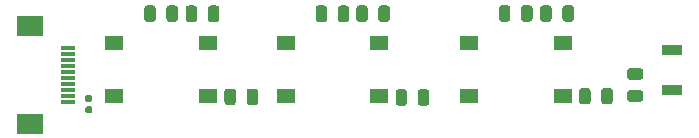
<source format=gbr>
%TF.GenerationSoftware,KiCad,Pcbnew,5.1.8+dfsg1-1~bpo10+1*%
%TF.CreationDate,2021-01-23T23:31:02+00:00*%
%TF.ProjectId,atlas_btn,61746c61-735f-4627-946e-2e6b69636164,rev?*%
%TF.SameCoordinates,Original*%
%TF.FileFunction,Paste,Bot*%
%TF.FilePolarity,Positive*%
%FSLAX46Y46*%
G04 Gerber Fmt 4.6, Leading zero omitted, Abs format (unit mm)*
G04 Created by KiCad (PCBNEW 5.1.8+dfsg1-1~bpo10+1) date 2021-01-23 23:31:02*
%MOMM*%
%LPD*%
G01*
G04 APERTURE LIST*
%ADD10R,1.550000X1.300000*%
%ADD11R,1.700000X0.900000*%
%ADD12R,2.200000X1.800000*%
%ADD13R,1.300000X0.300000*%
G04 APERTURE END LIST*
%TO.C,R40*%
G36*
G01*
X131770000Y-106623750D02*
X131770000Y-107536250D01*
G75*
G02*
X131526250Y-107780000I-243750J0D01*
G01*
X131038750Y-107780000D01*
G75*
G02*
X130795000Y-107536250I0J243750D01*
G01*
X130795000Y-106623750D01*
G75*
G02*
X131038750Y-106380000I243750J0D01*
G01*
X131526250Y-106380000D01*
G75*
G02*
X131770000Y-106623750I0J-243750D01*
G01*
G37*
G36*
G01*
X133645000Y-106623750D02*
X133645000Y-107536250D01*
G75*
G02*
X133401250Y-107780000I-243750J0D01*
G01*
X132913750Y-107780000D01*
G75*
G02*
X132670000Y-107536250I0J243750D01*
G01*
X132670000Y-106623750D01*
G75*
G02*
X132913750Y-106380000I243750J0D01*
G01*
X133401250Y-106380000D01*
G75*
G02*
X133645000Y-106623750I0J-243750D01*
G01*
G37*
%TD*%
%TO.C,R50*%
G36*
G01*
X166026250Y-105620000D02*
X165113750Y-105620000D01*
G75*
G02*
X164870000Y-105376250I0J243750D01*
G01*
X164870000Y-104888750D01*
G75*
G02*
X165113750Y-104645000I243750J0D01*
G01*
X166026250Y-104645000D01*
G75*
G02*
X166270000Y-104888750I0J-243750D01*
G01*
X166270000Y-105376250D01*
G75*
G02*
X166026250Y-105620000I-243750J0D01*
G01*
G37*
G36*
G01*
X166026250Y-107495000D02*
X165113750Y-107495000D01*
G75*
G02*
X164870000Y-107251250I0J243750D01*
G01*
X164870000Y-106763750D01*
G75*
G02*
X165113750Y-106520000I243750J0D01*
G01*
X166026250Y-106520000D01*
G75*
G02*
X166270000Y-106763750I0J-243750D01*
G01*
X166270000Y-107251250D01*
G75*
G02*
X166026250Y-107495000I-243750J0D01*
G01*
G37*
%TD*%
%TO.C,R48*%
G36*
G01*
X161795000Y-106563750D02*
X161795000Y-107476250D01*
G75*
G02*
X161551250Y-107720000I-243750J0D01*
G01*
X161063750Y-107720000D01*
G75*
G02*
X160820000Y-107476250I0J243750D01*
G01*
X160820000Y-106563750D01*
G75*
G02*
X161063750Y-106320000I243750J0D01*
G01*
X161551250Y-106320000D01*
G75*
G02*
X161795000Y-106563750I0J-243750D01*
G01*
G37*
G36*
G01*
X163670000Y-106563750D02*
X163670000Y-107476250D01*
G75*
G02*
X163426250Y-107720000I-243750J0D01*
G01*
X162938750Y-107720000D01*
G75*
G02*
X162695000Y-107476250I0J243750D01*
G01*
X162695000Y-106563750D01*
G75*
G02*
X162938750Y-106320000I243750J0D01*
G01*
X163426250Y-106320000D01*
G75*
G02*
X163670000Y-106563750I0J-243750D01*
G01*
G37*
%TD*%
%TO.C,R45*%
G36*
G01*
X146257500Y-106663750D02*
X146257500Y-107576250D01*
G75*
G02*
X146013750Y-107820000I-243750J0D01*
G01*
X145526250Y-107820000D01*
G75*
G02*
X145282500Y-107576250I0J243750D01*
G01*
X145282500Y-106663750D01*
G75*
G02*
X145526250Y-106420000I243750J0D01*
G01*
X146013750Y-106420000D01*
G75*
G02*
X146257500Y-106663750I0J-243750D01*
G01*
G37*
G36*
G01*
X148132500Y-106663750D02*
X148132500Y-107576250D01*
G75*
G02*
X147888750Y-107820000I-243750J0D01*
G01*
X147401250Y-107820000D01*
G75*
G02*
X147157500Y-107576250I0J243750D01*
G01*
X147157500Y-106663750D01*
G75*
G02*
X147401250Y-106420000I243750J0D01*
G01*
X147888750Y-106420000D01*
G75*
G02*
X148132500Y-106663750I0J-243750D01*
G01*
G37*
%TD*%
%TO.C,R19*%
G36*
G01*
X155905000Y-100476250D02*
X155905000Y-99563750D01*
G75*
G02*
X156148750Y-99320000I243750J0D01*
G01*
X156636250Y-99320000D01*
G75*
G02*
X156880000Y-99563750I0J-243750D01*
G01*
X156880000Y-100476250D01*
G75*
G02*
X156636250Y-100720000I-243750J0D01*
G01*
X156148750Y-100720000D01*
G75*
G02*
X155905000Y-100476250I0J243750D01*
G01*
G37*
G36*
G01*
X154030000Y-100476250D02*
X154030000Y-99563750D01*
G75*
G02*
X154273750Y-99320000I243750J0D01*
G01*
X154761250Y-99320000D01*
G75*
G02*
X155005000Y-99563750I0J-243750D01*
G01*
X155005000Y-100476250D01*
G75*
G02*
X154761250Y-100720000I-243750J0D01*
G01*
X154273750Y-100720000D01*
G75*
G02*
X154030000Y-100476250I0J243750D01*
G01*
G37*
%TD*%
%TO.C,R18*%
G36*
G01*
X140387500Y-100496250D02*
X140387500Y-99583750D01*
G75*
G02*
X140631250Y-99340000I243750J0D01*
G01*
X141118750Y-99340000D01*
G75*
G02*
X141362500Y-99583750I0J-243750D01*
G01*
X141362500Y-100496250D01*
G75*
G02*
X141118750Y-100740000I-243750J0D01*
G01*
X140631250Y-100740000D01*
G75*
G02*
X140387500Y-100496250I0J243750D01*
G01*
G37*
G36*
G01*
X138512500Y-100496250D02*
X138512500Y-99583750D01*
G75*
G02*
X138756250Y-99340000I243750J0D01*
G01*
X139243750Y-99340000D01*
G75*
G02*
X139487500Y-99583750I0J-243750D01*
G01*
X139487500Y-100496250D01*
G75*
G02*
X139243750Y-100740000I-243750J0D01*
G01*
X138756250Y-100740000D01*
G75*
G02*
X138512500Y-100496250I0J243750D01*
G01*
G37*
%TD*%
%TO.C,R11*%
G36*
G01*
X125885000Y-100496250D02*
X125885000Y-99583750D01*
G75*
G02*
X126128750Y-99340000I243750J0D01*
G01*
X126616250Y-99340000D01*
G75*
G02*
X126860000Y-99583750I0J-243750D01*
G01*
X126860000Y-100496250D01*
G75*
G02*
X126616250Y-100740000I-243750J0D01*
G01*
X126128750Y-100740000D01*
G75*
G02*
X125885000Y-100496250I0J243750D01*
G01*
G37*
G36*
G01*
X124010000Y-100496250D02*
X124010000Y-99583750D01*
G75*
G02*
X124253750Y-99340000I243750J0D01*
G01*
X124741250Y-99340000D01*
G75*
G02*
X124985000Y-99583750I0J-243750D01*
G01*
X124985000Y-100496250D01*
G75*
G02*
X124741250Y-100740000I-243750J0D01*
G01*
X124253750Y-100740000D01*
G75*
G02*
X124010000Y-100496250I0J243750D01*
G01*
G37*
%TD*%
D10*
%TO.C,SW2*%
X135970000Y-107020000D03*
X143920000Y-107020000D03*
X135970000Y-102520000D03*
X143920000Y-102520000D03*
%TD*%
D11*
%TO.C,SW5*%
X168695000Y-103070000D03*
X168695000Y-106470000D03*
%TD*%
D10*
%TO.C,SW4*%
X159420000Y-102520000D03*
X151470000Y-102520000D03*
X159420000Y-107020000D03*
X151470000Y-107020000D03*
%TD*%
%TO.C,SW1*%
X129420000Y-102520000D03*
X121470000Y-102520000D03*
X129420000Y-107020000D03*
X121470000Y-107020000D03*
%TD*%
D12*
%TO.C,J12*%
X114300000Y-101080000D03*
X114300000Y-109380000D03*
D13*
X117550000Y-107480000D03*
X117550000Y-106980000D03*
X117550000Y-106480000D03*
X117550000Y-105980000D03*
X117550000Y-105480000D03*
X117550000Y-104980000D03*
X117550000Y-104480000D03*
X117550000Y-103980000D03*
X117550000Y-103480000D03*
X117550000Y-102980000D03*
%TD*%
%TO.C,C17*%
G36*
G01*
X119472500Y-107510000D02*
X119127500Y-107510000D01*
G75*
G02*
X118980000Y-107362500I0J147500D01*
G01*
X118980000Y-107067500D01*
G75*
G02*
X119127500Y-106920000I147500J0D01*
G01*
X119472500Y-106920000D01*
G75*
G02*
X119620000Y-107067500I0J-147500D01*
G01*
X119620000Y-107362500D01*
G75*
G02*
X119472500Y-107510000I-147500J0D01*
G01*
G37*
G36*
G01*
X119472500Y-108480000D02*
X119127500Y-108480000D01*
G75*
G02*
X118980000Y-108332500I0J147500D01*
G01*
X118980000Y-108037500D01*
G75*
G02*
X119127500Y-107890000I147500J0D01*
G01*
X119472500Y-107890000D01*
G75*
G02*
X119620000Y-108037500I0J-147500D01*
G01*
X119620000Y-108332500D01*
G75*
G02*
X119472500Y-108480000I-147500J0D01*
G01*
G37*
%TD*%
%TO.C,D10*%
G36*
G01*
X158505000Y-99563750D02*
X158505000Y-100476250D01*
G75*
G02*
X158261250Y-100720000I-243750J0D01*
G01*
X157773750Y-100720000D01*
G75*
G02*
X157530000Y-100476250I0J243750D01*
G01*
X157530000Y-99563750D01*
G75*
G02*
X157773750Y-99320000I243750J0D01*
G01*
X158261250Y-99320000D01*
G75*
G02*
X158505000Y-99563750I0J-243750D01*
G01*
G37*
G36*
G01*
X160380000Y-99563750D02*
X160380000Y-100476250D01*
G75*
G02*
X160136250Y-100720000I-243750J0D01*
G01*
X159648750Y-100720000D01*
G75*
G02*
X159405000Y-100476250I0J243750D01*
G01*
X159405000Y-99563750D01*
G75*
G02*
X159648750Y-99320000I243750J0D01*
G01*
X160136250Y-99320000D01*
G75*
G02*
X160380000Y-99563750I0J-243750D01*
G01*
G37*
%TD*%
%TO.C,D9*%
G36*
G01*
X142925000Y-99583750D02*
X142925000Y-100496250D01*
G75*
G02*
X142681250Y-100740000I-243750J0D01*
G01*
X142193750Y-100740000D01*
G75*
G02*
X141950000Y-100496250I0J243750D01*
G01*
X141950000Y-99583750D01*
G75*
G02*
X142193750Y-99340000I243750J0D01*
G01*
X142681250Y-99340000D01*
G75*
G02*
X142925000Y-99583750I0J-243750D01*
G01*
G37*
G36*
G01*
X144800000Y-99583750D02*
X144800000Y-100496250D01*
G75*
G02*
X144556250Y-100740000I-243750J0D01*
G01*
X144068750Y-100740000D01*
G75*
G02*
X143825000Y-100496250I0J243750D01*
G01*
X143825000Y-99583750D01*
G75*
G02*
X144068750Y-99340000I243750J0D01*
G01*
X144556250Y-99340000D01*
G75*
G02*
X144800000Y-99583750I0J-243750D01*
G01*
G37*
%TD*%
%TO.C,D8*%
G36*
G01*
X128485000Y-99583750D02*
X128485000Y-100496250D01*
G75*
G02*
X128241250Y-100740000I-243750J0D01*
G01*
X127753750Y-100740000D01*
G75*
G02*
X127510000Y-100496250I0J243750D01*
G01*
X127510000Y-99583750D01*
G75*
G02*
X127753750Y-99340000I243750J0D01*
G01*
X128241250Y-99340000D01*
G75*
G02*
X128485000Y-99583750I0J-243750D01*
G01*
G37*
G36*
G01*
X130360000Y-99583750D02*
X130360000Y-100496250D01*
G75*
G02*
X130116250Y-100740000I-243750J0D01*
G01*
X129628750Y-100740000D01*
G75*
G02*
X129385000Y-100496250I0J243750D01*
G01*
X129385000Y-99583750D01*
G75*
G02*
X129628750Y-99340000I243750J0D01*
G01*
X130116250Y-99340000D01*
G75*
G02*
X130360000Y-99583750I0J-243750D01*
G01*
G37*
%TD*%
M02*

</source>
